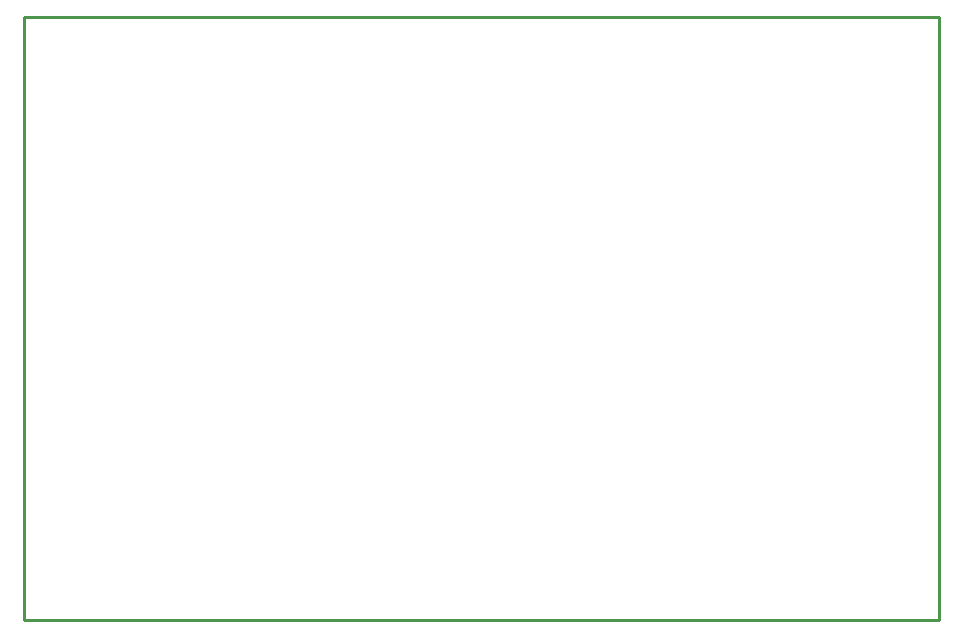
<source format=gbr>
G04 EAGLE Gerber RS-274X export*
G75*
%MOMM*%
%FSLAX34Y34*%
%LPD*%
%IN*%
%IPPOS*%
%AMOC8*
5,1,8,0,0,1.08239X$1,22.5*%
G01*
%ADD10C,0.254000*%


D10*
X0Y-3175D02*
X774500Y-3175D01*
X774500Y507875D01*
X0Y507875D01*
X0Y-3175D01*
M02*

</source>
